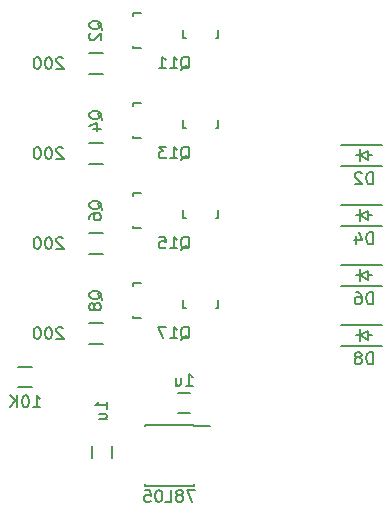
<source format=gbo>
G04 #@! TF.FileFunction,Legend,Bot*
%FSLAX46Y46*%
G04 Gerber Fmt 4.6, Leading zero omitted, Abs format (unit mm)*
G04 Created by KiCad (PCBNEW 4.0.2+dfsg1-stable) date Sun 11 Mar 2018 02:31:52 PM MDT*
%MOMM*%
G01*
G04 APERTURE LIST*
%ADD10C,0.100000*%
%ADD11C,0.150000*%
G04 APERTURE END LIST*
D10*
D11*
X133770000Y-120591200D02*
X133770000Y-119591200D01*
X135470000Y-119591200D02*
X135470000Y-120591200D01*
X142410000Y-117770200D02*
X142410000Y-117915200D01*
X138260000Y-117770200D02*
X138260000Y-117915200D01*
X138260000Y-122920200D02*
X138260000Y-122775200D01*
X142410000Y-122920200D02*
X142410000Y-122775200D01*
X142410000Y-117770200D02*
X138260000Y-117770200D01*
X142410000Y-122920200D02*
X138260000Y-122920200D01*
X142410000Y-117915200D02*
X143810000Y-117915200D01*
X141105000Y-115050200D02*
X142105000Y-115050200D01*
X142105000Y-116750200D02*
X141105000Y-116750200D01*
X157162500Y-94945200D02*
X157543500Y-94945200D01*
X156146500Y-94945200D02*
X156527500Y-94945200D01*
X156527500Y-94945200D02*
X157162500Y-95326200D01*
X157162500Y-95326200D02*
X157162500Y-94564200D01*
X157162500Y-94564200D02*
X156527500Y-94945200D01*
X156527500Y-95453200D02*
X156527500Y-94437200D01*
X154845000Y-94045200D02*
X158385000Y-94045200D01*
X154845000Y-95845200D02*
X158385000Y-95845200D01*
X157162500Y-100025200D02*
X157543500Y-100025200D01*
X156146500Y-100025200D02*
X156527500Y-100025200D01*
X156527500Y-100025200D02*
X157162500Y-100406200D01*
X157162500Y-100406200D02*
X157162500Y-99644200D01*
X157162500Y-99644200D02*
X156527500Y-100025200D01*
X156527500Y-100533200D02*
X156527500Y-99517200D01*
X154845000Y-99125200D02*
X158385000Y-99125200D01*
X154845000Y-100925200D02*
X158385000Y-100925200D01*
X157162500Y-105105200D02*
X157543500Y-105105200D01*
X156146500Y-105105200D02*
X156527500Y-105105200D01*
X156527500Y-105105200D02*
X157162500Y-105486200D01*
X157162500Y-105486200D02*
X157162500Y-104724200D01*
X157162500Y-104724200D02*
X156527500Y-105105200D01*
X156527500Y-105613200D02*
X156527500Y-104597200D01*
X154845000Y-104205200D02*
X158385000Y-104205200D01*
X154845000Y-106005200D02*
X158385000Y-106005200D01*
X157162500Y-110185200D02*
X157543500Y-110185200D01*
X156146500Y-110185200D02*
X156527500Y-110185200D01*
X156527500Y-110185200D02*
X157162500Y-110566200D01*
X157162500Y-110566200D02*
X157162500Y-109804200D01*
X157162500Y-109804200D02*
X156527500Y-110185200D01*
X156527500Y-110693200D02*
X156527500Y-109677200D01*
X154845000Y-109285200D02*
X158385000Y-109285200D01*
X154845000Y-111085200D02*
X158385000Y-111085200D01*
X137972800Y-82904380D02*
X137271760Y-82904380D01*
X137271760Y-82904380D02*
X137271760Y-83153300D01*
X137271760Y-85703360D02*
X137271760Y-85904020D01*
X137271760Y-85904020D02*
X137972800Y-85904020D01*
X137972800Y-90524380D02*
X137271760Y-90524380D01*
X137271760Y-90524380D02*
X137271760Y-90773300D01*
X137271760Y-93323360D02*
X137271760Y-93524020D01*
X137271760Y-93524020D02*
X137972800Y-93524020D01*
X137972800Y-98144380D02*
X137271760Y-98144380D01*
X137271760Y-98144380D02*
X137271760Y-98393300D01*
X137271760Y-100943360D02*
X137271760Y-101144020D01*
X137271760Y-101144020D02*
X137972800Y-101144020D01*
X137972800Y-105764380D02*
X137271760Y-105764380D01*
X137271760Y-105764380D02*
X137271760Y-106013300D01*
X137271760Y-108563360D02*
X137271760Y-108764020D01*
X137271760Y-108764020D02*
X137972800Y-108764020D01*
X141502180Y-84353400D02*
X141502180Y-85054440D01*
X141502180Y-85054440D02*
X141751100Y-85054440D01*
X144301160Y-85054440D02*
X144501820Y-85054440D01*
X144501820Y-85054440D02*
X144501820Y-84353400D01*
X141502180Y-91973400D02*
X141502180Y-92674440D01*
X141502180Y-92674440D02*
X141751100Y-92674440D01*
X144301160Y-92674440D02*
X144501820Y-92674440D01*
X144501820Y-92674440D02*
X144501820Y-91973400D01*
X141502180Y-99593400D02*
X141502180Y-100294440D01*
X141502180Y-100294440D02*
X141751100Y-100294440D01*
X144301160Y-100294440D02*
X144501820Y-100294440D01*
X144501820Y-100294440D02*
X144501820Y-99593400D01*
X141502180Y-107213400D02*
X141502180Y-107914440D01*
X141502180Y-107914440D02*
X141751100Y-107914440D01*
X144301160Y-107914440D02*
X144501820Y-107914440D01*
X144501820Y-107914440D02*
X144501820Y-107213400D01*
X134712000Y-86323200D02*
X133512000Y-86323200D01*
X133512000Y-88073200D02*
X134712000Y-88073200D01*
X134712000Y-93943200D02*
X133512000Y-93943200D01*
X133512000Y-95693200D02*
X134712000Y-95693200D01*
X134712000Y-101563200D02*
X133512000Y-101563200D01*
X133512000Y-103313200D02*
X134712000Y-103313200D01*
X134712000Y-109183200D02*
X133512000Y-109183200D01*
X133512000Y-110933200D02*
X134712000Y-110933200D01*
X127543000Y-114616200D02*
X128743000Y-114616200D01*
X128743000Y-112866200D02*
X127543000Y-112866200D01*
X135072381Y-116424534D02*
X135072381Y-115853105D01*
X135072381Y-116138819D02*
X134072381Y-116138819D01*
X134215238Y-116043581D01*
X134310476Y-115948343D01*
X134358095Y-115853105D01*
X134405714Y-117281677D02*
X135072381Y-117281677D01*
X134405714Y-116853105D02*
X134929524Y-116853105D01*
X135024762Y-116900724D01*
X135072381Y-116995962D01*
X135072381Y-117138820D01*
X135024762Y-117234058D01*
X134977143Y-117281677D01*
X142501667Y-123297581D02*
X141835000Y-123297581D01*
X142263572Y-124297581D01*
X141311191Y-123726152D02*
X141406429Y-123678533D01*
X141454048Y-123630914D01*
X141501667Y-123535676D01*
X141501667Y-123488057D01*
X141454048Y-123392819D01*
X141406429Y-123345200D01*
X141311191Y-123297581D01*
X141120714Y-123297581D01*
X141025476Y-123345200D01*
X140977857Y-123392819D01*
X140930238Y-123488057D01*
X140930238Y-123535676D01*
X140977857Y-123630914D01*
X141025476Y-123678533D01*
X141120714Y-123726152D01*
X141311191Y-123726152D01*
X141406429Y-123773771D01*
X141454048Y-123821390D01*
X141501667Y-123916629D01*
X141501667Y-124107105D01*
X141454048Y-124202343D01*
X141406429Y-124249962D01*
X141311191Y-124297581D01*
X141120714Y-124297581D01*
X141025476Y-124249962D01*
X140977857Y-124202343D01*
X140930238Y-124107105D01*
X140930238Y-123916629D01*
X140977857Y-123821390D01*
X141025476Y-123773771D01*
X141120714Y-123726152D01*
X140025476Y-124297581D02*
X140501667Y-124297581D01*
X140501667Y-123297581D01*
X139501667Y-123297581D02*
X139406428Y-123297581D01*
X139311190Y-123345200D01*
X139263571Y-123392819D01*
X139215952Y-123488057D01*
X139168333Y-123678533D01*
X139168333Y-123916629D01*
X139215952Y-124107105D01*
X139263571Y-124202343D01*
X139311190Y-124249962D01*
X139406428Y-124297581D01*
X139501667Y-124297581D01*
X139596905Y-124249962D01*
X139644524Y-124202343D01*
X139692143Y-124107105D01*
X139739762Y-123916629D01*
X139739762Y-123678533D01*
X139692143Y-123488057D01*
X139644524Y-123392819D01*
X139596905Y-123345200D01*
X139501667Y-123297581D01*
X138263571Y-123297581D02*
X138739762Y-123297581D01*
X138787381Y-123773771D01*
X138739762Y-123726152D01*
X138644524Y-123678533D01*
X138406428Y-123678533D01*
X138311190Y-123726152D01*
X138263571Y-123773771D01*
X138215952Y-123869010D01*
X138215952Y-124107105D01*
X138263571Y-124202343D01*
X138311190Y-124249962D01*
X138406428Y-124297581D01*
X138644524Y-124297581D01*
X138739762Y-124249962D01*
X138787381Y-124202343D01*
X141771666Y-114452581D02*
X142343095Y-114452581D01*
X142057381Y-114452581D02*
X142057381Y-113452581D01*
X142152619Y-113595438D01*
X142247857Y-113690676D01*
X142343095Y-113738295D01*
X140914523Y-113785914D02*
X140914523Y-114452581D01*
X141343095Y-113785914D02*
X141343095Y-114309724D01*
X141295476Y-114404962D01*
X141200238Y-114452581D01*
X141057380Y-114452581D01*
X140962142Y-114404962D01*
X140914523Y-114357343D01*
X157583095Y-97397581D02*
X157583095Y-96397581D01*
X157345000Y-96397581D01*
X157202142Y-96445200D01*
X157106904Y-96540438D01*
X157059285Y-96635676D01*
X157011666Y-96826152D01*
X157011666Y-96969010D01*
X157059285Y-97159486D01*
X157106904Y-97254724D01*
X157202142Y-97349962D01*
X157345000Y-97397581D01*
X157583095Y-97397581D01*
X156630714Y-96492819D02*
X156583095Y-96445200D01*
X156487857Y-96397581D01*
X156249761Y-96397581D01*
X156154523Y-96445200D01*
X156106904Y-96492819D01*
X156059285Y-96588057D01*
X156059285Y-96683295D01*
X156106904Y-96826152D01*
X156678333Y-97397581D01*
X156059285Y-97397581D01*
X157583095Y-102477581D02*
X157583095Y-101477581D01*
X157345000Y-101477581D01*
X157202142Y-101525200D01*
X157106904Y-101620438D01*
X157059285Y-101715676D01*
X157011666Y-101906152D01*
X157011666Y-102049010D01*
X157059285Y-102239486D01*
X157106904Y-102334724D01*
X157202142Y-102429962D01*
X157345000Y-102477581D01*
X157583095Y-102477581D01*
X156154523Y-101810914D02*
X156154523Y-102477581D01*
X156392619Y-101429962D02*
X156630714Y-102144248D01*
X156011666Y-102144248D01*
X157583095Y-107557581D02*
X157583095Y-106557581D01*
X157345000Y-106557581D01*
X157202142Y-106605200D01*
X157106904Y-106700438D01*
X157059285Y-106795676D01*
X157011666Y-106986152D01*
X157011666Y-107129010D01*
X157059285Y-107319486D01*
X157106904Y-107414724D01*
X157202142Y-107509962D01*
X157345000Y-107557581D01*
X157583095Y-107557581D01*
X156154523Y-106557581D02*
X156345000Y-106557581D01*
X156440238Y-106605200D01*
X156487857Y-106652819D01*
X156583095Y-106795676D01*
X156630714Y-106986152D01*
X156630714Y-107367105D01*
X156583095Y-107462343D01*
X156535476Y-107509962D01*
X156440238Y-107557581D01*
X156249761Y-107557581D01*
X156154523Y-107509962D01*
X156106904Y-107462343D01*
X156059285Y-107367105D01*
X156059285Y-107129010D01*
X156106904Y-107033771D01*
X156154523Y-106986152D01*
X156249761Y-106938533D01*
X156440238Y-106938533D01*
X156535476Y-106986152D01*
X156583095Y-107033771D01*
X156630714Y-107129010D01*
X157583095Y-112637581D02*
X157583095Y-111637581D01*
X157345000Y-111637581D01*
X157202142Y-111685200D01*
X157106904Y-111780438D01*
X157059285Y-111875676D01*
X157011666Y-112066152D01*
X157011666Y-112209010D01*
X157059285Y-112399486D01*
X157106904Y-112494724D01*
X157202142Y-112589962D01*
X157345000Y-112637581D01*
X157583095Y-112637581D01*
X156440238Y-112066152D02*
X156535476Y-112018533D01*
X156583095Y-111970914D01*
X156630714Y-111875676D01*
X156630714Y-111828057D01*
X156583095Y-111732819D01*
X156535476Y-111685200D01*
X156440238Y-111637581D01*
X156249761Y-111637581D01*
X156154523Y-111685200D01*
X156106904Y-111732819D01*
X156059285Y-111828057D01*
X156059285Y-111875676D01*
X156106904Y-111970914D01*
X156154523Y-112018533D01*
X156249761Y-112066152D01*
X156440238Y-112066152D01*
X156535476Y-112113771D01*
X156583095Y-112161390D01*
X156630714Y-112256629D01*
X156630714Y-112447105D01*
X156583095Y-112542343D01*
X156535476Y-112589962D01*
X156440238Y-112637581D01*
X156249761Y-112637581D01*
X156154523Y-112589962D01*
X156106904Y-112542343D01*
X156059285Y-112447105D01*
X156059285Y-112256629D01*
X156106904Y-112161390D01*
X156154523Y-112113771D01*
X156249761Y-112066152D01*
X134659619Y-84308962D02*
X134612000Y-84213724D01*
X134516762Y-84118486D01*
X134373905Y-83975629D01*
X134326286Y-83880390D01*
X134326286Y-83785152D01*
X134564381Y-83832771D02*
X134516762Y-83737533D01*
X134421524Y-83642295D01*
X134231048Y-83594676D01*
X133897714Y-83594676D01*
X133707238Y-83642295D01*
X133612000Y-83737533D01*
X133564381Y-83832771D01*
X133564381Y-84023248D01*
X133612000Y-84118486D01*
X133707238Y-84213724D01*
X133897714Y-84261343D01*
X134231048Y-84261343D01*
X134421524Y-84213724D01*
X134516762Y-84118486D01*
X134564381Y-84023248D01*
X134564381Y-83832771D01*
X133659619Y-84642295D02*
X133612000Y-84689914D01*
X133564381Y-84785152D01*
X133564381Y-85023248D01*
X133612000Y-85118486D01*
X133659619Y-85166105D01*
X133754857Y-85213724D01*
X133850095Y-85213724D01*
X133992952Y-85166105D01*
X134564381Y-84594676D01*
X134564381Y-85213724D01*
X134659619Y-91928962D02*
X134612000Y-91833724D01*
X134516762Y-91738486D01*
X134373905Y-91595629D01*
X134326286Y-91500390D01*
X134326286Y-91405152D01*
X134564381Y-91452771D02*
X134516762Y-91357533D01*
X134421524Y-91262295D01*
X134231048Y-91214676D01*
X133897714Y-91214676D01*
X133707238Y-91262295D01*
X133612000Y-91357533D01*
X133564381Y-91452771D01*
X133564381Y-91643248D01*
X133612000Y-91738486D01*
X133707238Y-91833724D01*
X133897714Y-91881343D01*
X134231048Y-91881343D01*
X134421524Y-91833724D01*
X134516762Y-91738486D01*
X134564381Y-91643248D01*
X134564381Y-91452771D01*
X133897714Y-92738486D02*
X134564381Y-92738486D01*
X133516762Y-92500390D02*
X134231048Y-92262295D01*
X134231048Y-92881343D01*
X134659619Y-99548962D02*
X134612000Y-99453724D01*
X134516762Y-99358486D01*
X134373905Y-99215629D01*
X134326286Y-99120390D01*
X134326286Y-99025152D01*
X134564381Y-99072771D02*
X134516762Y-98977533D01*
X134421524Y-98882295D01*
X134231048Y-98834676D01*
X133897714Y-98834676D01*
X133707238Y-98882295D01*
X133612000Y-98977533D01*
X133564381Y-99072771D01*
X133564381Y-99263248D01*
X133612000Y-99358486D01*
X133707238Y-99453724D01*
X133897714Y-99501343D01*
X134231048Y-99501343D01*
X134421524Y-99453724D01*
X134516762Y-99358486D01*
X134564381Y-99263248D01*
X134564381Y-99072771D01*
X133564381Y-100358486D02*
X133564381Y-100168009D01*
X133612000Y-100072771D01*
X133659619Y-100025152D01*
X133802476Y-99929914D01*
X133992952Y-99882295D01*
X134373905Y-99882295D01*
X134469143Y-99929914D01*
X134516762Y-99977533D01*
X134564381Y-100072771D01*
X134564381Y-100263248D01*
X134516762Y-100358486D01*
X134469143Y-100406105D01*
X134373905Y-100453724D01*
X134135810Y-100453724D01*
X134040571Y-100406105D01*
X133992952Y-100358486D01*
X133945333Y-100263248D01*
X133945333Y-100072771D01*
X133992952Y-99977533D01*
X134040571Y-99929914D01*
X134135810Y-99882295D01*
X134659619Y-107168962D02*
X134612000Y-107073724D01*
X134516762Y-106978486D01*
X134373905Y-106835629D01*
X134326286Y-106740390D01*
X134326286Y-106645152D01*
X134564381Y-106692771D02*
X134516762Y-106597533D01*
X134421524Y-106502295D01*
X134231048Y-106454676D01*
X133897714Y-106454676D01*
X133707238Y-106502295D01*
X133612000Y-106597533D01*
X133564381Y-106692771D01*
X133564381Y-106883248D01*
X133612000Y-106978486D01*
X133707238Y-107073724D01*
X133897714Y-107121343D01*
X134231048Y-107121343D01*
X134421524Y-107073724D01*
X134516762Y-106978486D01*
X134564381Y-106883248D01*
X134564381Y-106692771D01*
X133992952Y-107692771D02*
X133945333Y-107597533D01*
X133897714Y-107549914D01*
X133802476Y-107502295D01*
X133754857Y-107502295D01*
X133659619Y-107549914D01*
X133612000Y-107597533D01*
X133564381Y-107692771D01*
X133564381Y-107883248D01*
X133612000Y-107978486D01*
X133659619Y-108026105D01*
X133754857Y-108073724D01*
X133802476Y-108073724D01*
X133897714Y-108026105D01*
X133945333Y-107978486D01*
X133992952Y-107883248D01*
X133992952Y-107692771D01*
X134040571Y-107597533D01*
X134088190Y-107549914D01*
X134183429Y-107502295D01*
X134373905Y-107502295D01*
X134469143Y-107549914D01*
X134516762Y-107597533D01*
X134564381Y-107692771D01*
X134564381Y-107883248D01*
X134516762Y-107978486D01*
X134469143Y-108026105D01*
X134373905Y-108073724D01*
X134183429Y-108073724D01*
X134088190Y-108026105D01*
X134040571Y-107978486D01*
X133992952Y-107883248D01*
X141323428Y-87701819D02*
X141418666Y-87654200D01*
X141513904Y-87558962D01*
X141656761Y-87416105D01*
X141752000Y-87368486D01*
X141847238Y-87368486D01*
X141799619Y-87606581D02*
X141894857Y-87558962D01*
X141990095Y-87463724D01*
X142037714Y-87273248D01*
X142037714Y-86939914D01*
X141990095Y-86749438D01*
X141894857Y-86654200D01*
X141799619Y-86606581D01*
X141609142Y-86606581D01*
X141513904Y-86654200D01*
X141418666Y-86749438D01*
X141371047Y-86939914D01*
X141371047Y-87273248D01*
X141418666Y-87463724D01*
X141513904Y-87558962D01*
X141609142Y-87606581D01*
X141799619Y-87606581D01*
X140418666Y-87606581D02*
X140990095Y-87606581D01*
X140704381Y-87606581D02*
X140704381Y-86606581D01*
X140799619Y-86749438D01*
X140894857Y-86844676D01*
X140990095Y-86892295D01*
X139466285Y-87606581D02*
X140037714Y-87606581D01*
X139752000Y-87606581D02*
X139752000Y-86606581D01*
X139847238Y-86749438D01*
X139942476Y-86844676D01*
X140037714Y-86892295D01*
X141323428Y-95321819D02*
X141418666Y-95274200D01*
X141513904Y-95178962D01*
X141656761Y-95036105D01*
X141752000Y-94988486D01*
X141847238Y-94988486D01*
X141799619Y-95226581D02*
X141894857Y-95178962D01*
X141990095Y-95083724D01*
X142037714Y-94893248D01*
X142037714Y-94559914D01*
X141990095Y-94369438D01*
X141894857Y-94274200D01*
X141799619Y-94226581D01*
X141609142Y-94226581D01*
X141513904Y-94274200D01*
X141418666Y-94369438D01*
X141371047Y-94559914D01*
X141371047Y-94893248D01*
X141418666Y-95083724D01*
X141513904Y-95178962D01*
X141609142Y-95226581D01*
X141799619Y-95226581D01*
X140418666Y-95226581D02*
X140990095Y-95226581D01*
X140704381Y-95226581D02*
X140704381Y-94226581D01*
X140799619Y-94369438D01*
X140894857Y-94464676D01*
X140990095Y-94512295D01*
X140085333Y-94226581D02*
X139466285Y-94226581D01*
X139799619Y-94607533D01*
X139656761Y-94607533D01*
X139561523Y-94655152D01*
X139513904Y-94702771D01*
X139466285Y-94798010D01*
X139466285Y-95036105D01*
X139513904Y-95131343D01*
X139561523Y-95178962D01*
X139656761Y-95226581D01*
X139942476Y-95226581D01*
X140037714Y-95178962D01*
X140085333Y-95131343D01*
X141323428Y-102941819D02*
X141418666Y-102894200D01*
X141513904Y-102798962D01*
X141656761Y-102656105D01*
X141752000Y-102608486D01*
X141847238Y-102608486D01*
X141799619Y-102846581D02*
X141894857Y-102798962D01*
X141990095Y-102703724D01*
X142037714Y-102513248D01*
X142037714Y-102179914D01*
X141990095Y-101989438D01*
X141894857Y-101894200D01*
X141799619Y-101846581D01*
X141609142Y-101846581D01*
X141513904Y-101894200D01*
X141418666Y-101989438D01*
X141371047Y-102179914D01*
X141371047Y-102513248D01*
X141418666Y-102703724D01*
X141513904Y-102798962D01*
X141609142Y-102846581D01*
X141799619Y-102846581D01*
X140418666Y-102846581D02*
X140990095Y-102846581D01*
X140704381Y-102846581D02*
X140704381Y-101846581D01*
X140799619Y-101989438D01*
X140894857Y-102084676D01*
X140990095Y-102132295D01*
X139513904Y-101846581D02*
X139990095Y-101846581D01*
X140037714Y-102322771D01*
X139990095Y-102275152D01*
X139894857Y-102227533D01*
X139656761Y-102227533D01*
X139561523Y-102275152D01*
X139513904Y-102322771D01*
X139466285Y-102418010D01*
X139466285Y-102656105D01*
X139513904Y-102751343D01*
X139561523Y-102798962D01*
X139656761Y-102846581D01*
X139894857Y-102846581D01*
X139990095Y-102798962D01*
X140037714Y-102751343D01*
X141323428Y-110561819D02*
X141418666Y-110514200D01*
X141513904Y-110418962D01*
X141656761Y-110276105D01*
X141752000Y-110228486D01*
X141847238Y-110228486D01*
X141799619Y-110466581D02*
X141894857Y-110418962D01*
X141990095Y-110323724D01*
X142037714Y-110133248D01*
X142037714Y-109799914D01*
X141990095Y-109609438D01*
X141894857Y-109514200D01*
X141799619Y-109466581D01*
X141609142Y-109466581D01*
X141513904Y-109514200D01*
X141418666Y-109609438D01*
X141371047Y-109799914D01*
X141371047Y-110133248D01*
X141418666Y-110323724D01*
X141513904Y-110418962D01*
X141609142Y-110466581D01*
X141799619Y-110466581D01*
X140418666Y-110466581D02*
X140990095Y-110466581D01*
X140704381Y-110466581D02*
X140704381Y-109466581D01*
X140799619Y-109609438D01*
X140894857Y-109704676D01*
X140990095Y-109752295D01*
X140085333Y-109466581D02*
X139418666Y-109466581D01*
X139847238Y-110466581D01*
X131350095Y-86745819D02*
X131302476Y-86698200D01*
X131207238Y-86650581D01*
X130969142Y-86650581D01*
X130873904Y-86698200D01*
X130826285Y-86745819D01*
X130778666Y-86841057D01*
X130778666Y-86936295D01*
X130826285Y-87079152D01*
X131397714Y-87650581D01*
X130778666Y-87650581D01*
X130159619Y-86650581D02*
X130064380Y-86650581D01*
X129969142Y-86698200D01*
X129921523Y-86745819D01*
X129873904Y-86841057D01*
X129826285Y-87031533D01*
X129826285Y-87269629D01*
X129873904Y-87460105D01*
X129921523Y-87555343D01*
X129969142Y-87602962D01*
X130064380Y-87650581D01*
X130159619Y-87650581D01*
X130254857Y-87602962D01*
X130302476Y-87555343D01*
X130350095Y-87460105D01*
X130397714Y-87269629D01*
X130397714Y-87031533D01*
X130350095Y-86841057D01*
X130302476Y-86745819D01*
X130254857Y-86698200D01*
X130159619Y-86650581D01*
X129207238Y-86650581D02*
X129111999Y-86650581D01*
X129016761Y-86698200D01*
X128969142Y-86745819D01*
X128921523Y-86841057D01*
X128873904Y-87031533D01*
X128873904Y-87269629D01*
X128921523Y-87460105D01*
X128969142Y-87555343D01*
X129016761Y-87602962D01*
X129111999Y-87650581D01*
X129207238Y-87650581D01*
X129302476Y-87602962D01*
X129350095Y-87555343D01*
X129397714Y-87460105D01*
X129445333Y-87269629D01*
X129445333Y-87031533D01*
X129397714Y-86841057D01*
X129350095Y-86745819D01*
X129302476Y-86698200D01*
X129207238Y-86650581D01*
X131350095Y-94365819D02*
X131302476Y-94318200D01*
X131207238Y-94270581D01*
X130969142Y-94270581D01*
X130873904Y-94318200D01*
X130826285Y-94365819D01*
X130778666Y-94461057D01*
X130778666Y-94556295D01*
X130826285Y-94699152D01*
X131397714Y-95270581D01*
X130778666Y-95270581D01*
X130159619Y-94270581D02*
X130064380Y-94270581D01*
X129969142Y-94318200D01*
X129921523Y-94365819D01*
X129873904Y-94461057D01*
X129826285Y-94651533D01*
X129826285Y-94889629D01*
X129873904Y-95080105D01*
X129921523Y-95175343D01*
X129969142Y-95222962D01*
X130064380Y-95270581D01*
X130159619Y-95270581D01*
X130254857Y-95222962D01*
X130302476Y-95175343D01*
X130350095Y-95080105D01*
X130397714Y-94889629D01*
X130397714Y-94651533D01*
X130350095Y-94461057D01*
X130302476Y-94365819D01*
X130254857Y-94318200D01*
X130159619Y-94270581D01*
X129207238Y-94270581D02*
X129111999Y-94270581D01*
X129016761Y-94318200D01*
X128969142Y-94365819D01*
X128921523Y-94461057D01*
X128873904Y-94651533D01*
X128873904Y-94889629D01*
X128921523Y-95080105D01*
X128969142Y-95175343D01*
X129016761Y-95222962D01*
X129111999Y-95270581D01*
X129207238Y-95270581D01*
X129302476Y-95222962D01*
X129350095Y-95175343D01*
X129397714Y-95080105D01*
X129445333Y-94889629D01*
X129445333Y-94651533D01*
X129397714Y-94461057D01*
X129350095Y-94365819D01*
X129302476Y-94318200D01*
X129207238Y-94270581D01*
X131350095Y-101985819D02*
X131302476Y-101938200D01*
X131207238Y-101890581D01*
X130969142Y-101890581D01*
X130873904Y-101938200D01*
X130826285Y-101985819D01*
X130778666Y-102081057D01*
X130778666Y-102176295D01*
X130826285Y-102319152D01*
X131397714Y-102890581D01*
X130778666Y-102890581D01*
X130159619Y-101890581D02*
X130064380Y-101890581D01*
X129969142Y-101938200D01*
X129921523Y-101985819D01*
X129873904Y-102081057D01*
X129826285Y-102271533D01*
X129826285Y-102509629D01*
X129873904Y-102700105D01*
X129921523Y-102795343D01*
X129969142Y-102842962D01*
X130064380Y-102890581D01*
X130159619Y-102890581D01*
X130254857Y-102842962D01*
X130302476Y-102795343D01*
X130350095Y-102700105D01*
X130397714Y-102509629D01*
X130397714Y-102271533D01*
X130350095Y-102081057D01*
X130302476Y-101985819D01*
X130254857Y-101938200D01*
X130159619Y-101890581D01*
X129207238Y-101890581D02*
X129111999Y-101890581D01*
X129016761Y-101938200D01*
X128969142Y-101985819D01*
X128921523Y-102081057D01*
X128873904Y-102271533D01*
X128873904Y-102509629D01*
X128921523Y-102700105D01*
X128969142Y-102795343D01*
X129016761Y-102842962D01*
X129111999Y-102890581D01*
X129207238Y-102890581D01*
X129302476Y-102842962D01*
X129350095Y-102795343D01*
X129397714Y-102700105D01*
X129445333Y-102509629D01*
X129445333Y-102271533D01*
X129397714Y-102081057D01*
X129350095Y-101985819D01*
X129302476Y-101938200D01*
X129207238Y-101890581D01*
X131350095Y-109605819D02*
X131302476Y-109558200D01*
X131207238Y-109510581D01*
X130969142Y-109510581D01*
X130873904Y-109558200D01*
X130826285Y-109605819D01*
X130778666Y-109701057D01*
X130778666Y-109796295D01*
X130826285Y-109939152D01*
X131397714Y-110510581D01*
X130778666Y-110510581D01*
X130159619Y-109510581D02*
X130064380Y-109510581D01*
X129969142Y-109558200D01*
X129921523Y-109605819D01*
X129873904Y-109701057D01*
X129826285Y-109891533D01*
X129826285Y-110129629D01*
X129873904Y-110320105D01*
X129921523Y-110415343D01*
X129969142Y-110462962D01*
X130064380Y-110510581D01*
X130159619Y-110510581D01*
X130254857Y-110462962D01*
X130302476Y-110415343D01*
X130350095Y-110320105D01*
X130397714Y-110129629D01*
X130397714Y-109891533D01*
X130350095Y-109701057D01*
X130302476Y-109605819D01*
X130254857Y-109558200D01*
X130159619Y-109510581D01*
X129207238Y-109510581D02*
X129111999Y-109510581D01*
X129016761Y-109558200D01*
X128969142Y-109605819D01*
X128921523Y-109701057D01*
X128873904Y-109891533D01*
X128873904Y-110129629D01*
X128921523Y-110320105D01*
X128969142Y-110415343D01*
X129016761Y-110462962D01*
X129111999Y-110510581D01*
X129207238Y-110510581D01*
X129302476Y-110462962D01*
X129350095Y-110415343D01*
X129397714Y-110320105D01*
X129445333Y-110129629D01*
X129445333Y-109891533D01*
X129397714Y-109701057D01*
X129350095Y-109605819D01*
X129302476Y-109558200D01*
X129207238Y-109510581D01*
X128833476Y-116293581D02*
X129404905Y-116293581D01*
X129119191Y-116293581D02*
X129119191Y-115293581D01*
X129214429Y-115436438D01*
X129309667Y-115531676D01*
X129404905Y-115579295D01*
X128214429Y-115293581D02*
X128119190Y-115293581D01*
X128023952Y-115341200D01*
X127976333Y-115388819D01*
X127928714Y-115484057D01*
X127881095Y-115674533D01*
X127881095Y-115912629D01*
X127928714Y-116103105D01*
X127976333Y-116198343D01*
X128023952Y-116245962D01*
X128119190Y-116293581D01*
X128214429Y-116293581D01*
X128309667Y-116245962D01*
X128357286Y-116198343D01*
X128404905Y-116103105D01*
X128452524Y-115912629D01*
X128452524Y-115674533D01*
X128404905Y-115484057D01*
X128357286Y-115388819D01*
X128309667Y-115341200D01*
X128214429Y-115293581D01*
X127452524Y-116293581D02*
X127452524Y-115293581D01*
X126881095Y-116293581D02*
X127309667Y-115722152D01*
X126881095Y-115293581D02*
X127452524Y-115865010D01*
M02*

</source>
